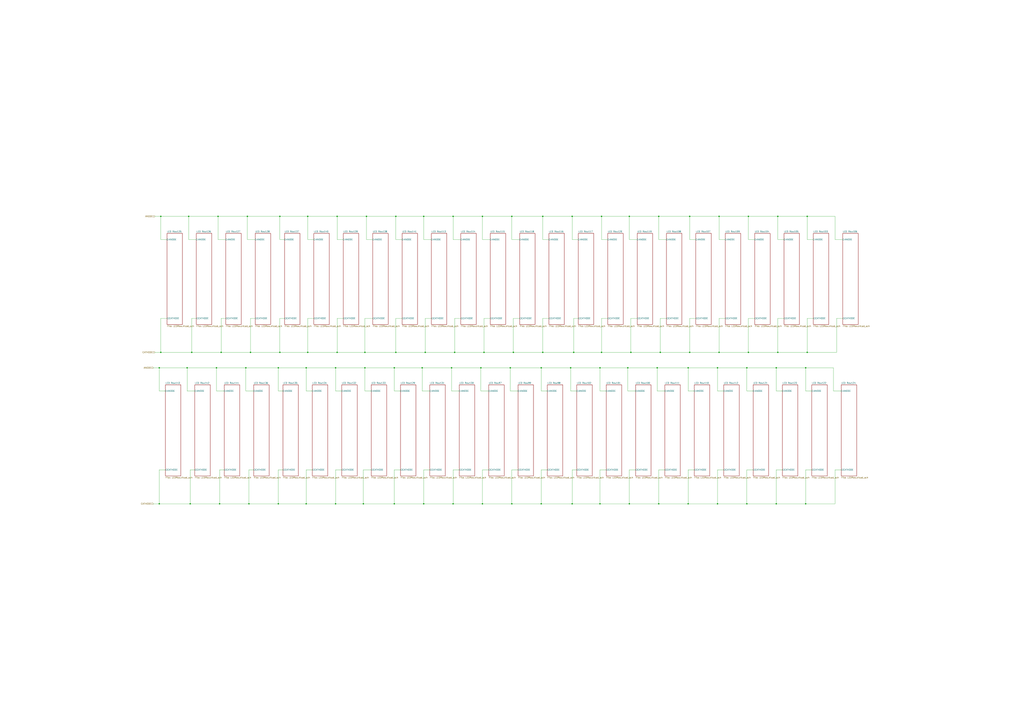
<source format=kicad_sch>
(kicad_sch (version 20211123) (generator eeschema)
  (paper "A1")
  (lib_symbols)
  (junction (at 373.38 289.56))
  (junction (at 130.81 414.02))
  (junction (at 566.42 289.56))
  (junction (at 566.42 177.8))
  (junction (at 156.21 414.02))
  (junction (at 518.16 289.56))
  (junction (at 469.9 414.02))
  (junction (at 565.15 414.02))
  (junction (at 132.08 177.8))
  (junction (at 590.55 177.8))
  (junction (at 300.99 177.8))
  (junction (at 228.6 414.02))
  (junction (at 397.51 289.56))
  (junction (at 661.67 302.26))
  (junction (at 662.94 289.56))
  (junction (at 613.41 414.02))
  (junction (at 419.1 302.26))
  (junction (at 323.85 302.26))
  (junction (at 539.75 302.26))
  (junction (at 370.84 302.26))
  (junction (at 492.76 414.02))
  (junction (at 157.48 289.56))
  (junction (at 469.9 177.8))
  (junction (at 589.28 414.02))
  (junction (at 542.29 289.56))
  (junction (at 154.94 177.8))
  (junction (at 421.64 289.56))
  (junction (at 325.12 289.56))
  (junction (at 637.54 302.26))
  (junction (at 468.63 302.26))
  (junction (at 420.37 414.02))
  (junction (at 276.86 177.8))
  (junction (at 420.37 177.8))
  (junction (at 179.07 177.8))
  (junction (at 590.55 289.56))
  (junction (at 298.45 414.02))
  (junction (at 276.86 289.56))
  (junction (at 516.89 177.8))
  (junction (at 275.59 302.26))
  (junction (at 396.24 414.02))
  (junction (at 494.03 289.56))
  (junction (at 541.02 177.8))
  (junction (at 346.71 302.26))
  (junction (at 614.68 289.56))
  (junction (at 515.62 302.26))
  (junction (at 613.41 302.26))
  (junction (at 205.74 289.56))
  (junction (at 180.34 414.02))
  (junction (at 661.67 414.02))
  (junction (at 492.76 302.26))
  (junction (at 637.54 414.02))
  (junction (at 614.68 177.8))
  (junction (at 251.46 414.02))
  (junction (at 251.46 302.26))
  (junction (at 275.59 414.02))
  (junction (at 444.5 414.02))
  (junction (at 299.72 302.26))
  (junction (at 638.81 289.56))
  (junction (at 372.11 177.8))
  (junction (at 638.81 177.8))
  (junction (at 471.17 289.56))
  (junction (at 229.87 177.8))
  (junction (at 516.89 414.02))
  (junction (at 229.87 289.56))
  (junction (at 662.94 177.8))
  (junction (at 252.73 177.8))
  (junction (at 349.25 289.56))
  (junction (at 372.11 414.02))
  (junction (at 323.85 414.02))
  (junction (at 201.93 302.26))
  (junction (at 396.24 177.8))
  (junction (at 153.67 302.26))
  (junction (at 347.98 177.8))
  (junction (at 445.77 289.56))
  (junction (at 444.5 302.26))
  (junction (at 252.73 289.56))
  (junction (at 181.61 289.56))
  (junction (at 132.08 289.56))
  (junction (at 394.97 302.26))
  (junction (at 445.77 177.8))
  (junction (at 325.12 177.8))
  (junction (at 541.02 414.02))
  (junction (at 130.81 302.26))
  (junction (at 177.8 302.26))
  (junction (at 494.03 177.8))
  (junction (at 589.28 302.26))
  (junction (at 204.47 414.02))
  (junction (at 565.15 302.26))
  (junction (at 299.72 289.56))
  (junction (at 228.6 302.26))
  (junction (at 347.98 414.02))
  (junction (at 203.2 177.8))
  (wire (pts (xy 662.94 261.62) (xy 662.94 289.56)))
  (wire (pts (xy 589.28 302.26) (xy 613.41 302.26)))
  (wire (pts (xy 637.54 414.02) (xy 661.67 414.02)))
  (wire (pts (xy 494.03 261.62) (xy 494.03 289.56)))
  (wire (pts (xy 372.11 414.02) (xy 396.24 414.02)))
  (wire (pts (xy 494.03 196.85) (xy 494.03 177.8)))
  (wire (pts (xy 594.36 321.31) (xy 589.28 321.31)))
  (wire (pts (xy 299.72 289.56) (xy 325.12 289.56)))
  (wire (pts (xy 252.73 261.62) (xy 252.73 289.56)))
  (wire (pts (xy 180.34 414.02) (xy 204.47 414.02)))
  (wire (pts (xy 637.54 321.31) (xy 637.54 302.26)))
  (wire (pts (xy 177.8 302.26) (xy 201.93 302.26)))
  (wire (pts (xy 370.84 302.26) (xy 394.97 302.26)))
  (wire (pts (xy 276.86 177.8) (xy 300.99 177.8)))
  (wire (pts (xy 499.11 196.85) (xy 494.03 196.85)))
  (wire (pts (xy 662.94 289.56) (xy 687.07 289.56)))
  (wire (pts (xy 570.23 386.08) (xy 565.15 386.08)))
  (wire (pts (xy 516.89 196.85) (xy 516.89 177.8)))
  (wire (pts (xy 420.37 177.8) (xy 445.77 177.8)))
  (wire (pts (xy 445.77 261.62) (xy 445.77 289.56)))
  (wire (pts (xy 132.08 289.56) (xy 157.48 289.56)))
  (wire (pts (xy 589.28 386.08) (xy 589.28 414.02)))
  (wire (pts (xy 547.37 196.85) (xy 541.02 196.85)))
  (wire (pts (xy 594.36 386.08) (xy 589.28 386.08)))
  (wire (pts (xy 154.94 177.8) (xy 179.07 177.8)))
  (wire (pts (xy 449.58 386.08) (xy 444.5 386.08)))
  (wire (pts (xy 642.62 386.08) (xy 637.54 386.08)))
  (wire (pts (xy 372.11 196.85) (xy 372.11 177.8)))
  (wire (pts (xy 328.93 386.08) (xy 323.85 386.08)))
  (wire (pts (xy 325.12 289.56) (xy 349.25 289.56)))
  (wire (pts (xy 394.97 302.26) (xy 394.97 321.31)))
  (wire (pts (xy 471.17 289.56) (xy 494.03 289.56)))
  (wire (pts (xy 638.81 289.56) (xy 662.94 289.56)))
  (wire (pts (xy 156.21 386.08) (xy 156.21 414.02)))
  (wire (pts (xy 354.33 261.62) (xy 349.25 261.62)))
  (wire (pts (xy 347.98 196.85) (xy 347.98 177.8)))
  (wire (pts (xy 668.02 196.85) (xy 662.94 196.85)))
  (wire (pts (xy 420.37 196.85) (xy 426.72 196.85)))
  (wire (pts (xy 160.02 386.08) (xy 156.21 386.08)))
  (wire (pts (xy 492.76 302.26) (xy 515.62 302.26)))
  (wire (pts (xy 323.85 414.02) (xy 347.98 414.02)))
  (wire (pts (xy 275.59 321.31) (xy 275.59 302.26)))
  (wire (pts (xy 397.51 261.62) (xy 397.51 289.56)))
  (wire (pts (xy 373.38 261.62) (xy 373.38 289.56)))
  (wire (pts (xy 300.99 177.8) (xy 300.99 196.85)))
  (wire (pts (xy 184.15 386.08) (xy 180.34 386.08)))
  (wire (pts (xy 589.28 321.31) (xy 589.28 302.26)))
  (wire (pts (xy 229.87 289.56) (xy 252.73 289.56)))
  (wire (pts (xy 619.76 196.85) (xy 614.68 196.85)))
  (wire (pts (xy 565.15 386.08) (xy 565.15 414.02)))
  (wire (pts (xy 208.28 386.08) (xy 204.47 386.08)))
  (wire (pts (xy 208.28 321.31) (xy 201.93 321.31)))
  (wire (pts (xy 396.24 196.85) (xy 402.59 196.85)))
  (wire (pts (xy 232.41 386.08) (xy 228.6 386.08)))
  (wire (pts (xy 252.73 196.85) (xy 252.73 177.8)))
  (wire (pts (xy 370.84 321.31) (xy 370.84 302.26)))
  (wire (pts (xy 201.93 302.26) (xy 228.6 302.26)))
  (wire (pts (xy 132.08 196.85) (xy 132.08 177.8)))
  (wire (pts (xy 349.25 289.56) (xy 373.38 289.56)))
  (wire (pts (xy 541.02 196.85) (xy 541.02 177.8)))
  (wire (pts (xy 566.42 177.8) (xy 590.55 177.8)))
  (wire (pts (xy 153.67 321.31) (xy 153.67 302.26)))
  (wire (pts (xy 281.94 261.62) (xy 276.86 261.62)))
  (wire (pts (xy 421.64 289.56) (xy 445.77 289.56)))
  (wire (pts (xy 157.48 261.62) (xy 157.48 289.56)))
  (wire (pts (xy 590.55 289.56) (xy 614.68 289.56)))
  (wire (pts (xy 450.85 261.62) (xy 445.77 261.62)))
  (wire (pts (xy 209.55 261.62) (xy 205.74 261.62)))
  (wire (pts (xy 515.62 302.26) (xy 539.75 302.26)))
  (wire (pts (xy 130.81 321.31) (xy 130.81 302.26)))
  (wire (pts (xy 613.41 414.02) (xy 637.54 414.02)))
  (wire (pts (xy 132.08 177.8) (xy 154.94 177.8)))
  (wire (pts (xy 565.15 302.26) (xy 589.28 302.26)))
  (wire (pts (xy 232.41 321.31) (xy 228.6 321.31)))
  (wire (pts (xy 377.19 386.08) (xy 372.11 386.08)))
  (wire (pts (xy 330.2 261.62) (xy 325.12 261.62)))
  (wire (pts (xy 546.1 321.31) (xy 539.75 321.31)))
  (wire (pts (xy 449.58 321.31) (xy 444.5 321.31)))
  (wire (pts (xy 161.29 196.85) (xy 154.94 196.85)))
  (wire (pts (xy 233.68 261.62) (xy 229.87 261.62)))
  (wire (pts (xy 643.89 261.62) (xy 638.81 261.62)))
  (wire (pts (xy 154.94 196.85) (xy 154.94 177.8)))
  (wire (pts (xy 492.76 386.08) (xy 492.76 414.02)))
  (wire (pts (xy 469.9 196.85) (xy 469.9 177.8)))
  (wire (pts (xy 666.75 386.08) (xy 661.67 386.08)))
  (wire (pts (xy 469.9 386.08) (xy 469.9 414.02)))
  (wire (pts (xy 643.89 196.85) (xy 638.81 196.85)))
  (wire (pts (xy 516.89 386.08) (xy 516.89 414.02)))
  (wire (pts (xy 619.76 261.62) (xy 614.68 261.62)))
  (wire (pts (xy 638.81 261.62) (xy 638.81 289.56)))
  (wire (pts (xy 595.63 261.62) (xy 590.55 261.62)))
  (wire (pts (xy 420.37 177.8) (xy 420.37 196.85)))
  (wire (pts (xy 661.67 414.02) (xy 685.8 414.02)))
  (wire (pts (xy 499.11 261.62) (xy 494.03 261.62)))
  (wire (pts (xy 618.49 321.31) (xy 613.41 321.31)))
  (wire (pts (xy 161.29 261.62) (xy 157.48 261.62)))
  (wire (pts (xy 661.67 386.08) (xy 661.67 414.02)))
  (wire (pts (xy 492.76 321.31) (xy 492.76 302.26)))
  (wire (pts (xy 306.07 261.62) (xy 299.72 261.62)))
  (wire (pts (xy 300.99 177.8) (xy 325.12 177.8)))
  (wire (pts (xy 661.67 302.26) (xy 684.53 302.26)))
  (wire (pts (xy 419.1 302.26) (xy 419.1 321.31)))
  (wire (pts (xy 275.59 414.02) (xy 298.45 414.02)))
  (wire (pts (xy 304.8 386.08) (xy 298.45 386.08)))
  (wire (pts (xy 565.15 414.02) (xy 589.28 414.02)))
  (wire (pts (xy 378.46 261.62) (xy 373.38 261.62)))
  (wire (pts (xy 299.72 302.26) (xy 323.85 302.26)))
  (wire (pts (xy 394.97 302.26) (xy 419.1 302.26)))
  (wire (pts (xy 276.86 196.85) (xy 276.86 177.8)))
  (wire (pts (xy 494.03 289.56) (xy 518.16 289.56)))
  (wire (pts (xy 137.16 261.62) (xy 132.08 261.62)))
  (wire (pts (xy 420.37 386.08) (xy 420.37 414.02)))
  (wire (pts (xy 256.54 321.31) (xy 251.46 321.31)))
  (wire (pts (xy 325.12 177.8) (xy 347.98 177.8)))
  (wire (pts (xy 354.33 196.85) (xy 347.98 196.85)))
  (wire (pts (xy 518.16 289.56) (xy 542.29 289.56)))
  (wire (pts (xy 521.97 386.08) (xy 516.89 386.08)))
  (wire (pts (xy 614.68 289.56) (xy 638.81 289.56)))
  (wire (pts (xy 419.1 302.26) (xy 444.5 302.26)))
  (wire (pts (xy 402.59 261.62) (xy 397.51 261.62)))
  (wire (pts (xy 397.51 289.56) (xy 421.64 289.56)))
  (wire (pts (xy 372.11 177.8) (xy 396.24 177.8)))
  (wire (pts (xy 469.9 414.02) (xy 492.76 414.02)))
  (wire (pts (xy 184.15 321.31) (xy 177.8 321.31)))
  (wire (pts (xy 325.12 177.8) (xy 325.12 196.85)))
  (wire (pts (xy 445.77 177.8) (xy 469.9 177.8)))
  (wire (pts (xy 252.73 177.8) (xy 276.86 177.8)))
  (wire (pts (xy 160.02 321.31) (xy 153.67 321.31)))
  (wire (pts (xy 132.08 261.62) (xy 132.08 289.56)))
  (wire (pts (xy 328.93 321.31) (xy 323.85 321.31)))
  (wire (pts (xy 523.24 261.62) (xy 518.16 261.62)))
  (wire (pts (xy 516.89 414.02) (xy 541.02 414.02)))
  (wire (pts (xy 516.89 177.8) (xy 541.02 177.8)))
  (wire (pts (xy 515.62 321.31) (xy 515.62 302.26)))
  (wire (pts (xy 275.59 302.26) (xy 299.72 302.26)))
  (wire (pts (xy 181.61 261.62) (xy 181.61 289.56)))
  (wire (pts (xy 251.46 386.08) (xy 251.46 414.02)))
  (wire (pts (xy 539.75 321.31) (xy 539.75 302.26)))
  (wire (pts (xy 180.34 386.08) (xy 180.34 414.02)))
  (wire (pts (xy 130.81 386.08) (xy 130.81 414.02)))
  (wire (pts (xy 185.42 196.85) (xy 179.07 196.85)))
  (wire (pts (xy 445.77 196.85) (xy 445.77 177.8)))
  (wire (pts (xy 257.81 261.62) (xy 252.73 261.62)))
  (wire (pts (xy 637.54 302.26) (xy 661.67 302.26)))
  (wire (pts (xy 684.53 302.26) (xy 684.53 321.31)))
  (wire (pts (xy 566.42 261.62) (xy 566.42 289.56)))
  (wire (pts (xy 668.02 261.62) (xy 662.94 261.62)))
  (wire (pts (xy 125.73 302.26) (xy 130.81 302.26)))
  (wire (pts (xy 179.07 177.8) (xy 203.2 177.8)))
  (wire (pts (xy 201.93 321.31) (xy 201.93 302.26)))
  (wire (pts (xy 637.54 386.08) (xy 637.54 414.02)))
  (wire (pts (xy 687.07 289.56) (xy 687.07 261.62)))
  (wire (pts (xy 539.75 302.26) (xy 565.15 302.26)))
  (wire (pts (xy 474.98 261.62) (xy 471.17 261.62)))
  (wire (pts (xy 541.02 386.08) (xy 541.02 414.02)))
  (wire (pts (xy 346.71 302.26) (xy 370.84 302.26)))
  (wire (pts (xy 251.46 414.02) (xy 275.59 414.02)))
  (wire (pts (xy 468.63 302.26) (xy 492.76 302.26)))
  (wire (pts (xy 494.03 177.8) (xy 516.89 177.8)))
  (wire (pts (xy 541.02 414.02) (xy 565.15 414.02)))
  (wire (pts (xy 546.1 386.08) (xy 541.02 386.08)))
  (wire (pts (xy 130.81 302.26) (xy 153.67 302.26)))
  (wire (pts (xy 233.68 196.85) (xy 229.87 196.85)))
  (wire (pts (xy 323.85 302.26) (xy 323.85 321.31)))
  (wire (pts (xy 685.8 177.8) (xy 685.8 196.85)))
  (wire (pts (xy 595.63 196.85) (xy 590.55 196.85)))
  (wire (pts (xy 685.8 386.08) (xy 690.88 386.08)))
  (wire (pts (xy 685.8 414.02) (xy 685.8 386.08)))
  (wire (pts (xy 571.5 196.85) (xy 566.42 196.85)))
  (wire (pts (xy 445.77 289.56) (xy 471.17 289.56)))
  (wire (pts (xy 566.42 289.56) (xy 590.55 289.56)))
  (wire (pts (xy 613.41 386.08) (xy 613.41 414.02)))
  (wire (pts (xy 570.23 321.31) (xy 565.15 321.31)))
  (wire (pts (xy 474.98 196.85) (xy 469.9 196.85)))
  (wire (pts (xy 252.73 289.56) (xy 276.86 289.56)))
  (wire (pts (xy 613.41 302.26) (xy 637.54 302.26)))
  (wire (pts (xy 257.81 196.85) (xy 252.73 196.85)))
  (wire (pts (xy 450.85 196.85) (xy 445.77 196.85)))
  (wire (pts (xy 444.5 386.08) (xy 444.5 414.02)))
  (wire (pts (xy 347.98 177.8) (xy 372.11 177.8)))
  (wire (pts (xy 157.48 289.56) (xy 181.61 289.56)))
  (wire (pts (xy 135.89 321.31) (xy 130.81 321.31)))
  (wire (pts (xy 684.53 321.31) (xy 690.88 321.31)))
  (wire (pts (xy 523.24 196.85) (xy 516.89 196.85)))
  (wire (pts (xy 203.2 196.85) (xy 203.2 177.8)))
  (wire (pts (xy 590.55 177.8) (xy 614.68 177.8)))
  (wire (pts (xy 662.94 177.8) (xy 662.94 196.85)))
  (wire (pts (xy 353.06 321.31) (xy 346.71 321.31)))
  (wire (pts (xy 685.8 196.85) (xy 692.15 196.85)))
  (wire (pts (xy 127 289.56) (xy 132.08 289.56)))
  (wire (pts (xy 497.84 386.08) (xy 492.76 386.08)))
  (wire (pts (xy 346.71 321.31) (xy 346.71 302.26)))
  (wire (pts (xy 349.25 261.62) (xy 349.25 289.56)))
  (wire (pts (xy 256.54 386.08) (xy 251.46 386.08)))
  (wire (pts (xy 299.72 261.62) (xy 299.72 289.56)))
  (wire (pts (xy 205.74 261.62) (xy 205.74 289.56)))
  (wire (pts (xy 541.02 177.8) (xy 566.42 177.8)))
  (wire (pts (xy 228.6 302.26) (xy 251.46 302.26)))
  (wire (pts (xy 330.2 196.85) (xy 325.12 196.85)))
  (wire (pts (xy 518.16 261.62) (xy 518.16 289.56)))
  (wire (pts (xy 251.46 302.26) (xy 275.59 302.26)))
  (wire (pts (xy 229.87 261.62) (xy 229.87 289.56)))
  (wire (pts (xy 421.64 261.62) (xy 421.64 289.56)))
  (wire (pts (xy 323.85 302.26) (xy 346.71 302.26)))
  (wire (pts (xy 177.8 321.31) (xy 177.8 302.26)))
  (wire (pts (xy 276.86 289.56) (xy 299.72 289.56)))
  (wire (pts (xy 396.24 177.8) (xy 420.37 177.8)))
  (wire (pts (xy 229.87 196.85) (xy 229.87 177.8)))
  (wire (pts (xy 298.45 414.02) (xy 323.85 414.02)))
  (wire (pts (xy 614.68 177.8) (xy 638.81 177.8)))
  (wire (pts (xy 444.5 414.02) (xy 469.9 414.02)))
  (wire (pts (xy 185.42 261.62) (xy 181.61 261.62)))
  (wire (pts (xy 590.55 261.62) (xy 590.55 289.56)))
  (wire (pts (xy 276.86 261.62) (xy 276.86 289.56)))
  (wire (pts (xy 662.94 177.8) (xy 685.8 177.8)))
  (wire (pts (xy 228.6 386.08) (xy 228.6 414.02)))
  (wire (pts (xy 661.67 302.26) (xy 661.67 321.31)))
  (wire (pts (xy 638.81 196.85) (xy 638.81 177.8)))
  (wire (pts (xy 347.98 386.08) (xy 347.98 414.02)))
  (wire (pts (xy 469.9 177.8) (xy 494.03 177.8)))
  (wire (pts (xy 204.47 414.02) (xy 228.6 414.02)))
  (wire (pts (xy 425.45 386.08) (xy 420.37 386.08)))
  (wire (pts (xy 420.37 414.02) (xy 444.5 414.02)))
  (wire (pts (xy 426.72 261.62) (xy 421.64 261.62)))
  (wire (pts (xy 228.6 414.02) (xy 251.46 414.02)))
  (wire (pts (xy 497.84 321.31) (xy 492.76 321.31)))
  (wire (pts (xy 377.19 321.31) (xy 370.84 321.31)))
  (wire (pts (xy 396.24 414.02) (xy 420.37 414.02)))
  (wire (pts (xy 444.5 302.26) (xy 468.63 302.26)))
  (wire (pts (xy 542.29 289.56) (xy 566.42 289.56)))
  (wire (pts (xy 373.38 289.56) (xy 397.51 289.56)))
  (wire (pts (xy 156.21 414.02) (xy 180.34 414.02)))
  (wire (pts (xy 275.59 386.08) (xy 275.59 414.02)))
  (wire (pts (xy 687.07 261.62) (xy 692.15 261.62)))
  (wire (pts (xy 281.94 196.85) (xy 276.86 196.85)))
  (wire (pts (xy 125.73 414.02) (xy 130.81 414.02)))
  (wire (pts (xy 204.47 386.08) (xy 204.47 414.02)))
  (wire (pts (xy 209.55 196.85) (xy 203.2 196.85)))
  (wire (pts (xy 614.68 261.62) (xy 614.68 289.56)))
  (wire (pts (xy 547.37 261.62) (xy 542.29 261.62)))
  (wire (pts (xy 280.67 386.08) (xy 275.59 386.08)))
  (wire (pts (xy 444.5 321.31) (xy 444.5 302.26)))
  (wire (pts (xy 394.97 321.31) (xy 401.32 321.31)))
  (wire (pts (xy 492.76 414.02) (xy 516.89 414.02)))
  (wire (pts (xy 419.1 321.31) (xy 425.45 321.31)))
  (wire (pts (xy 396.24 177.8) (xy 396.24 196.85)))
  (wire (pts (xy 618.49 386.08) (xy 613.41 386.08)))
  (wire (pts (xy 542.29 261.62) (xy 542.29 289.56)))
  (wire (pts (xy 130.81 414.02) (xy 156.21 414.02)))
  (wire (pts (xy 521.97 321.31) (xy 515.62 321.31)))
  (wire (pts (xy 638.81 177.8) (xy 662.94 177.8)))
  (wire (pts (xy 203.2 177.8) (xy 229.87 177.8)))
  (wire (pts (xy 468.63 321.31) (xy 468.63 302.26)))
  (wire (pts (xy 251.46 321.31) (xy 251.46 302.26)))
  (wire (pts (xy 205.74 289.56) (xy 229.87 289.56)))
  (wire (pts (xy 179.07 196.85) (xy 179.07 177.8)))
  (wire (pts (xy 299.72 302.26) (xy 299.72 321.31)))
  (wire (pts (xy 127 177.8) (xy 132.08 177.8)))
  (wire (pts (xy 135.89 386.08) (xy 130.81 386.08)))
  (wire (pts (xy 347.98 414.02) (xy 372.11 414.02)))
  (wire (pts (xy 613.41 321.31) (xy 613.41 302.26)))
  (wire (pts (xy 473.71 386.08) (xy 469.9 386.08)))
  (wire (pts (xy 614.68 196.85) (xy 614.68 177.8)))
  (wire (pts (xy 325.12 261.62) (xy 325.12 289.56)))
  (wire (pts (xy 396.24 386.08) (xy 396.24 414.02)))
  (wire (pts (xy 280.67 321.31) (xy 275.59 321.31)))
  (wire (pts (xy 473.71 321.31) (xy 468.63 321.31)))
  (wire (pts (xy 642.62 321.31) (xy 637.54 321.31)))
  (wire (pts (xy 589.28 414.02) (xy 613.41 414.02)))
  (wire (pts (xy 228.6 321.31) (xy 228.6 302.26)))
  (wire (pts (xy 298.45 386.08) (xy 298.45 414.02)))
  (wire (pts (xy 571.5 261.62) (xy 566.42 261.62)))
  (wire (pts (xy 153.67 302.26) (xy 177.8 302.26)))
  (wire (pts (xy 372.11 386.08) (xy 372.11 414.02)))
  (wire (pts (xy 566.42 196.85) (xy 566.42 177.8)))
  (wire (pts (xy 353.06 386.08) (xy 347.98 386.08)))
  (wire (pts (xy 378.46 196.85) (xy 372.11 196.85)))
  (wire (pts (xy 304.8 321.31) (xy 299.72 321.31)))
  (wire (pts (xy 181.61 289.56) (xy 205.74 289.56)))
  (wire (pts (xy 471.17 261.62) (xy 471.17 289.56)))
  (wire (pts (xy 565.15 321.31) (xy 565.15 302.26)))
  (wire (pts (xy 229.87 177.8) (xy 252.73 177.8)))
  (wire (pts (xy 590.55 196.85) (xy 590.55 177.8)))
  (wire (pts (xy 401.32 386.08) (xy 396.24 386.08)))
  (wire (pts (xy 137.16 196.85) (xy 132.08 196.85)))
  (wire (pts (xy 306.07 196.85) (xy 300.99 196.85)))
  (wire (pts (xy 666.75 321.31) (xy 661.67 321.31)))
  (wire (pts (xy 323.85 386.08) (xy 323.85 414.02)))
  (hierarchical_label "ANODE" (shape passive) (at 127 177.8 180))
  (hierarchical_label "CATHODE" (shape passive) (at 125.73 414.02 180))
  (hierarchical_label "ANODE" (shape passive) (at 125.73 302.26 180))
  (hierarchical_label "CATHODE" (shape passive) (at 127 289.56 180))
  (sheet (at 184.15 316.23) (size 12.7 74.93) (stroke (width 0.1524))
    (property "Sheet name" "LED Row144" (at 184.15 315.5184 0) (effects (justify left bottom)))
    (property "Sheet file" "LEDRow.kicad_sch" (at 184.15 391.7446 0) (effects (justify left top)))
    (pin "CATHODE" output (at 184.15 386.08 180))
    (pin "ANODE" input (at 184.15 321.31 180))
  )
  (sheet (at 692.15 191.77) (size 12.7 74.93) (stroke (width 0.1524))
    (property "Sheet name" "LED Row106" (at 692.15 191.0584 0) (effects (justify left bottom)))
    (property "Sheet file" "LEDRow.kicad_sch" (at 692.15 267.2846 0) (effects (justify left top)))
    (pin "CATHODE" output (at 692.15 261.62 180))
    (pin "ANODE" input (at 692.15 196.85 180))
  )
  (sheet (at 571.5 191.77) (size 12.7 74.93) (stroke (width 0.1524))
    (property "Sheet name" "LED Row107" (at 571.5 191.0584 0) (effects (justify left bottom)))
    (property "Sheet file" "LEDRow.kicad_sch" (at 571.5 267.2846 0) (effects (justify left top)))
    (pin "CATHODE" output (at 571.5 261.62 180))
    (pin "ANODE" input (at 571.5 196.85 180))
  )
  (sheet (at 546.1 316.23) (size 12.7 74.93) (stroke (width 0.1524))
    (property "Sheet name" "LED Row111" (at 546.1 315.5184 0) (effects (justify left bottom)))
    (property "Sheet file" "LEDRow.kicad_sch" (at 546.1 391.7446 0) (effects (justify left top)))
    (pin "CATHODE" output (at 546.1 386.08 180))
    (pin "ANODE" input (at 546.1 321.31 180))
  )
  (sheet (at 547.37 191.77) (size 12.7 74.93) (stroke (width 0.1524))
    (property "Sheet name" "LED Row108" (at 547.37 191.0584 0) (effects (justify left bottom)))
    (property "Sheet file" "LEDRow.kicad_sch" (at 547.37 267.2846 0) (effects (justify left top)))
    (pin "CATHODE" output (at 547.37 261.62 180))
    (pin "ANODE" input (at 547.37 196.85 180))
  )
  (sheet (at 306.07 191.77) (size 12.7 74.93) (stroke (width 0.1524))
    (property "Sheet name" "LED Row138" (at 306.07 191.0584 0) (effects (justify left bottom)))
    (property "Sheet file" "LEDRow.kicad_sch" (at 306.07 267.2846 0) (effects (justify left top)))
    (pin "CATHODE" output (at 306.07 261.62 180))
    (pin "ANODE" input (at 306.07 196.85 180))
  )
  (sheet (at 594.36 316.23) (size 12.7 74.93) (stroke (width 0.1524))
    (property "Sheet name" "LED Row112" (at 594.36 315.5184 0) (effects (justify left bottom)))
    (property "Sheet file" "LEDRow.kicad_sch" (at 594.36 391.7446 0) (effects (justify left top)))
    (pin "CATHODE" output (at 594.36 386.08 180))
    (pin "ANODE" input (at 594.36 321.31 180))
  )
  (sheet (at 137.16 191.77) (size 12.7 74.93) (stroke (width 0.1524))
    (property "Sheet name" "LED Row125" (at 137.16 191.0584 0) (effects (justify left bottom)))
    (property "Sheet file" "LEDRow.kicad_sch" (at 137.16 267.2846 0) (effects (justify left top)))
    (pin "CATHODE" output (at 137.16 261.62 180))
    (pin "ANODE" input (at 137.16 196.85 180))
  )
  (sheet (at 618.49 316.23) (size 12.7 74.93) (stroke (width 0.1524))
    (property "Sheet name" "LED Row121" (at 618.49 315.5184 0) (effects (justify left bottom)))
    (property "Sheet file" "LEDRow.kicad_sch" (at 618.49 391.7446 0) (effects (justify left top)))
    (pin "CATHODE" output (at 618.49 386.08 180))
    (pin "ANODE" input (at 618.49 321.31 180))
  )
  (sheet (at 330.2 191.77) (size 12.7 74.93) (stroke (width 0.1524))
    (property "Sheet name" "LED Row141" (at 330.2 191.0584 0) (effects (justify left bottom)))
    (property "Sheet file" "LEDRow.kicad_sch" (at 330.2 267.2846 0) (effects (justify left top)))
    (pin "CATHODE" output (at 330.2 261.62 180))
    (pin "ANODE" input (at 330.2 196.85 180))
  )
  (sheet (at 570.23 316.23) (size 12.7 74.93) (stroke (width 0.1524))
    (property "Sheet name" "LED Row110" (at 570.23 315.5184 0) (effects (justify left bottom)))
    (property "Sheet file" "LEDRow.kicad_sch" (at 570.23 391.7446 0) (effects (justify left top)))
    (pin "CATHODE" output (at 570.23 386.08 180))
    (pin "ANODE" input (at 570.23 321.31 180))
  )
  (sheet (at 160.02 316.23) (size 12.7 74.93) (stroke (width 0.1524))
    (property "Sheet name" "LED Row142" (at 160.02 315.5184 0) (effects (justify left bottom)))
    (property "Sheet file" "LEDRow.kicad_sch" (at 160.02 391.7446 0) (effects (justify left top)))
    (pin "CATHODE" output (at 160.02 386.08 180))
    (pin "ANODE" input (at 160.02 321.31 180))
  )
  (sheet (at 643.89 191.77) (size 12.7 74.93) (stroke (width 0.1524))
    (property "Sheet name" "LED Row105" (at 643.89 191.0584 0) (effects (justify left bottom)))
    (property "Sheet file" "LEDRow.kicad_sch" (at 643.89 267.2846 0) (effects (justify left top)))
    (pin "CATHODE" output (at 643.89 261.62 180))
    (pin "ANODE" input (at 643.89 196.85 180))
  )
  (sheet (at 135.89 316.23) (size 12.7 74.93) (stroke (width 0.1524))
    (property "Sheet name" "LED Row143" (at 135.89 315.5184 0) (effects (justify left bottom)))
    (property "Sheet file" "LEDRow.kicad_sch" (at 135.89 391.7446 0) (effects (justify left top)))
    (pin "CATHODE" output (at 135.89 386.08 180))
    (pin "ANODE" input (at 135.89 321.31 180))
  )
  (sheet (at 232.41 316.23) (size 12.7 74.93) (stroke (width 0.1524))
    (property "Sheet name" "LED Row135" (at 232.41 315.5184 0) (effects (justify left bottom)))
    (property "Sheet file" "LEDRow.kicad_sch" (at 232.41 391.7446 0) (effects (justify left top)))
    (pin "CATHODE" output (at 232.41 386.08 180))
    (pin "ANODE" input (at 232.41 321.31 180))
  )
  (sheet (at 690.88 316.23) (size 12.7 74.93) (stroke (width 0.1524))
    (property "Sheet name" "LED Row124" (at 690.88 315.5184 0) (effects (justify left bottom)))
    (property "Sheet file" "LEDRow.kicad_sch" (at 690.88 391.7446 0) (effects (justify left top)))
    (pin "CATHODE" output (at 690.88 386.08 180))
    (pin "ANODE" input (at 690.88 321.31 180))
  )
  (sheet (at 668.02 191.77) (size 12.7 74.93) (stroke (width 0.1524))
    (property "Sheet name" "LED Row103" (at 668.02 191.0584 0) (effects (justify left bottom)))
    (property "Sheet file" "LEDRow.kicad_sch" (at 668.02 267.2846 0) (effects (justify left top)))
    (pin "CATHODE" output (at 668.02 261.62 180))
    (pin "ANODE" input (at 668.02 196.85 180))
  )
  (sheet (at 209.55 191.77) (size 12.7 74.93) (stroke (width 0.1524))
    (property "Sheet name" "LED Row128" (at 209.55 191.0584 0) (effects (justify left bottom)))
    (property "Sheet file" "LEDRow.kicad_sch" (at 209.55 267.2846 0) (effects (justify left top)))
    (pin "CATHODE" output (at 209.55 261.62 180))
    (pin "ANODE" input (at 209.55 196.85 180))
  )
  (sheet (at 377.19 316.23) (size 12.7 74.93) (stroke (width 0.1524))
    (property "Sheet name" "LED Row130" (at 377.19 315.5184 0) (effects (justify left bottom)))
    (property "Sheet file" "LEDRow.kicad_sch" (at 377.19 391.7446 0) (effects (justify left top)))
    (pin "CATHODE" output (at 377.19 386.08 180))
    (pin "ANODE" input (at 377.19 321.31 180))
  )
  (sheet (at 619.76 191.77) (size 12.7 74.93) (stroke (width 0.1524))
    (property "Sheet name" "LED Row104" (at 619.76 191.0584 0) (effects (justify left bottom)))
    (property "Sheet file" "LEDRow.kicad_sch" (at 619.76 267.2846 0) (effects (justify left top)))
    (pin "CATHODE" output (at 619.76 261.62 180))
    (pin "ANODE" input (at 619.76 196.85 180))
  )
  (sheet (at 401.32 316.23) (size 12.7 74.93) (stroke (width 0.1524))
    (property "Sheet name" "LED Row97" (at 401.32 315.5184 0) (effects (justify left bottom)))
    (property "Sheet file" "LEDRow.kicad_sch" (at 401.32 391.7446 0) (effects (justify left top)))
    (pin "CATHODE" output (at 401.32 386.08 180))
    (pin "ANODE" input (at 401.32 321.31 180))
  )
  (sheet (at 499.11 191.77) (size 12.7 74.93) (stroke (width 0.1524))
    (property "Sheet name" "LED Row120" (at 499.11 191.0584 0) (effects (justify left bottom)))
    (property "Sheet file" "LEDRow.kicad_sch" (at 499.11 267.2846 0) (effects (justify left top)))
    (pin "CATHODE" output (at 499.11 261.62 180))
    (pin "ANODE" input (at 499.11 196.85 180))
  )
  (sheet (at 257.81 191.77) (size 12.7 74.93) (stroke (width 0.1524))
    (property "Sheet name" "LED Row140" (at 257.81 191.0584 0) (effects (justify left bottom)))
    (property "Sheet file" "LEDRow.kicad_sch" (at 257.81 267.2846 0) (effects (justify left top)))
    (pin "CATHODE" output (at 257.81 261.62 180))
    (pin "ANODE" input (at 257.81 196.85 180))
  )
  (sheet (at 425.45 316.23) (size 12.7 74.93) (stroke (width 0.1524))
    (property "Sheet name" "LED Row99" (at 425.45 315.5184 0) (effects (justify left bottom)))
    (property "Sheet file" "LEDRow.kicad_sch" (at 425.45 391.7446 0) (effects (justify left top)))
    (pin "CATHODE" output (at 425.45 386.08 180))
    (pin "ANODE" input (at 425.45 321.31 180))
  )
  (sheet (at 256.54 316.23) (size 12.7 74.93) (stroke (width 0.1524))
    (property "Sheet name" "LED Row134" (at 256.54 315.5184 0) (effects (justify left bottom)))
    (property "Sheet file" "LEDRow.kicad_sch" (at 256.54 391.7446 0) (effects (justify left top)))
    (pin "CATHODE" output (at 256.54 386.08 180))
    (pin "ANODE" input (at 256.54 321.31 180))
  )
  (sheet (at 280.67 316.23) (size 12.7 74.93) (stroke (width 0.1524))
    (property "Sheet name" "LED Row132" (at 280.67 315.5184 0) (effects (justify left bottom)))
    (property "Sheet file" "LEDRow.kicad_sch" (at 280.67 391.7446 0) (effects (justify left top)))
    (pin "CATHODE" output (at 280.67 386.08 180))
    (pin "ANODE" input (at 280.67 321.31 180))
  )
  (sheet (at 497.84 316.23) (size 12.7 74.93) (stroke (width 0.1524))
    (property "Sheet name" "LED Row101" (at 497.84 315.5184 0) (effects (justify left bottom)))
    (property "Sheet file" "LEDRow.kicad_sch" (at 497.84 391.7446 0) (effects (justify left top)))
    (pin "CATHODE" output (at 497.84 386.08 180))
    (pin "ANODE" input (at 497.84 321.31 180))
  )
  (sheet (at 161.29 191.77) (size 12.7 74.93) (stroke (width 0.1524))
    (property "Sheet name" "LED Row126" (at 161.29 191.0584 0) (effects (justify left bottom)))
    (property "Sheet file" "LEDRow.kicad_sch" (at 161.29 267.2846 0) (effects (justify left top)))
    (pin "CATHODE" output (at 161.29 261.62 180))
    (pin "ANODE" input (at 161.29 196.85 180))
  )
  (sheet (at 281.94 191.77) (size 12.7 74.93) (stroke (width 0.1524))
    (property "Sheet name" "LED Row139" (at 281.94 191.0584 0) (effects (justify left bottom)))
    (property "Sheet file" "LEDRow.kicad_sch" (at 281.94 267.2846 0) (effects (justify left top)))
    (pin "CATHODE" output (at 281.94 261.62 180))
    (pin "ANODE" input (at 281.94 196.85 180))
  )
  (sheet (at 233.68 191.77) (size 12.7 74.93) (stroke (width 0.1524))
    (property "Sheet name" "LED Row137" (at 233.68 191.0584 0) (effects (justify left bottom)))
    (property "Sheet file" "LEDRow.kicad_sch" (at 233.68 267.2846 0) (effects (justify left top)))
    (pin "CATHODE" output (at 233.68 261.62 180))
    (pin "ANODE" input (at 233.68 196.85 180))
  )
  (sheet (at 402.59 191.77) (size 12.7 74.93) (stroke (width 0.1524))
    (property "Sheet name" "LED Row115" (at 402.59 191.0584 0) (effects (justify left bottom)))
    (property "Sheet file" "LEDRow.kicad_sch" (at 402.59 267.2846 0) (effects (justify left top)))
    (pin "CATHODE" output (at 402.59 261.62 180))
    (pin "ANODE" input (at 402.59 196.85 180))
  )
  (sheet (at 208.28 316.23) (size 12.7 74.93) (stroke (width 0.1524))
    (property "Sheet name" "LED Row136" (at 208.28 315.5184 0) (effects (justify left bottom)))
    (property "Sheet file" "LEDRow.kicad_sch" (at 208.28 391.7446 0) (effects (justify left top)))
    (pin "CATHODE" output (at 208.28 386.08 180))
    (pin "ANODE" input (at 208.28 321.31 180))
  )
  (sheet (at 474.98 191.77) (size 12.7 74.93) (stroke (width 0.1524))
    (property "Sheet name" "LED Row117" (at 474.98 191.0584 0) (effects (justify left bottom)))
    (property "Sheet file" "LEDRow.kicad_sch" (at 474.98 267.2846 0) (effects (justify left top)))
    (pin "CATHODE" output (at 474.98 261.62 180))
    (pin "ANODE" input (at 474.98 196.85 180))
  )
  (sheet (at 449.58 316.23) (size 12.7 74.93) (stroke (width 0.1524))
    (property "Sheet name" "LED Row98" (at 449.58 315.5184 0) (effects (justify left bottom)))
    (property "Sheet file" "LEDRow.kicad_sch" (at 449.58 391.7446 0) (effects (justify left top)))
    (pin "CATHODE" output (at 449.58 386.08 180))
    (pin "ANODE" input (at 449.58 321.31 180))
  )
  (sheet (at 185.42 191.77) (size 12.7 74.93) (stroke (width 0.1524))
    (property "Sheet name" "LED Row127" (at 185.42 191.0584 0) (effects (justify left bottom)))
    (property "Sheet file" "LEDRow.kicad_sch" (at 185.42 267.2846 0) (effects (justify left top)))
    (pin "CATHODE" output (at 185.42 261.62 180))
    (pin "ANODE" input (at 185.42 196.85 180))
  )
  (sheet (at 354.33 191.77) (size 12.7 74.93) (stroke (width 0.1524))
    (property "Sheet name" "LED Row113" (at 354.33 191.0584 0) (effects (justify left bottom)))
    (property "Sheet file" "LEDRow.kicad_sch" (at 354.33 267.2846 0) (effects (justify left top)))
    (pin "CATHODE" output (at 354.33 261.62 180))
    (pin "ANODE" input (at 354.33 196.85 180))
  )
  (sheet (at 473.71 316.23) (size 12.7 74.93) (stroke (width 0.1524))
    (property "Sheet name" "LED Row102" (at 473.71 315.5184 0) (effects (justify left bottom)))
    (property "Sheet file" "LEDRow.kicad_sch" (at 473.71 391.7446 0) (effects (justify left top)))
    (pin "CATHODE" output (at 473.71 386.08 180))
    (pin "ANODE" input (at 473.71 321.31 180))
  )
  (sheet (at 450.85 191.77) (size 12.7 74.93) (stroke (width 0.1524))
    (property "Sheet name" "LED Row116" (at 450.85 191.0584 0) (effects (justify left bottom)))
    (property "Sheet file" "LEDRow.kicad_sch" (at 450.85 267.2846 0) (effects (justify left top)))
    (pin "CATHODE" output (at 450.85 261.62 180))
    (pin "ANODE" input (at 450.85 196.85 180))
  )
  (sheet (at 304.8 316.23) (size 12.7 74.93) (stroke (width 0.1524))
    (property "Sheet name" "LED Row133" (at 304.8 315.5184 0) (effects (justify left bottom)))
    (property "Sheet file" "LEDRow.kicad_sch" (at 304.8 391.7446 0) (effects (justify left top)))
    (pin "CATHODE" output (at 304.8 386.08 180))
    (pin "ANODE" input (at 304.8 321.31 180))
  )
  (sheet (at 426.72 191.77) (size 12.7 74.93) (stroke (width 0.1524))
    (property "Sheet name" "LED Row118" (at 426.72 191.0584 0) (effects (justify left bottom)))
    (property "Sheet file" "LEDRow.kicad_sch" (at 426.72 267.2846 0) (effects (justify left top)))
    (pin "CATHODE" output (at 426.72 261.62 180))
    (pin "ANODE" input (at 426.72 196.85 180))
  )
  (sheet (at 521.97 316.23) (size 12.7 74.93) (stroke (width 0.1524))
    (property "Sheet name" "LED Row100" (at 521.97 315.5184 0) (effects (justify left bottom)))
    (property "Sheet file" "LEDRow.kicad_sch" (at 521.97 391.7446 0) (effects (justify left top)))
    (pin "CATHODE" output (at 521.97 386.08 180))
    (pin "ANODE" input (at 521.97 321.31 180))
  )
  (sheet (at 328.93 316.23) (size 12.7 74.93) (stroke (width 0.1524))
    (property "Sheet name" "LED Row129" (at 328.93 315.5184 0) (effects (justify left bottom)))
    (property "Sheet file" "LEDRow.kicad_sch" (at 328.93 391.7446 0) (effects (justify left top)))
    (pin "CATHODE" output (at 328.93 386.08 180))
    (pin "ANODE" input (at 328.93 321.31 180))
  )
  (sheet (at 642.62 316.23) (size 12.7 74.93) (stroke (width 0.1524))
    (property "Sheet name" "LED Row123" (at 642.62 315.5184 0) (effects (justify left bottom)))
    (property "Sheet file" "LEDRow.kicad_sch" (at 642.62 391.7446 0) (effects (justify left top)))
    (pin "CATHODE" output (at 642.62 386.08 180))
    (pin "ANODE" input (at 642.62 321.31 180))
  )
  (sheet (at 595.63 191.77) (size 12.7 74.93) (stroke (width 0.1524))
    (property "Sheet name" "LED Row109" (at 595.63 191.0584 0) (effects (justify left bottom)))
    (property "Sheet file" "LEDRow.kicad_sch" (at 595.63 267.2846 0) (effects (justify left top)))
    (pin "CATHODE" output (at 595.63 261.62 180))
    (pin "ANODE" input (at 595.63 196.85 180))
  )
  (sheet (at 523.24 191.77) (size 12.7 74.93) (stroke (width 0.1524))
    (property "Sheet name" "LED Row119" (at 523.24 191.0584 0) (effects (justify left bottom)))
    (property "Sheet file" "LEDRow.kicad_sch" (at 523.24 267.2846 0) (effects (justify left top)))
    (pin "CATHODE" output (at 523.24 261.62 180))
    (pin "ANODE" input (at 523.24 196.85 180))
  )
  (sheet (at 353.06 316.23) (size 12.7 74.93) (stroke (width 0.1524))
    (property "Sheet name" "LED Row131" (at 353.06 315.5184 0) (effects (justify left bottom)))
    (property "Sheet file" "LEDRow.kicad_sch" (at 353.06 391.7446 0) (effects (justify left top)))
    (pin "CATHODE" output (at 353.06 386.08 180))
    (pin "ANODE" input (at 353.06 321.31 180))
  )
  (sheet (at 666.75 316.23) (size 12.7 74.93) (stroke (width 0.1524))
    (property "Sheet name" "LED Row122" (at 666.75 315.5184 0) (effects (justify left bottom)))
    (property "Sheet file" "LEDRow.kicad_sch" (at 666.75 391.7446 0) (effects (justify left top)))
    (pin "CATHODE" output (at 666.75 386.08 180))
    (pin "ANODE" input (at 666.75 321.31 180))
  )
  (sheet (at 378.46 191.77) (size 12.7 74.93) (stroke (width 0.1524))
    (property "Sheet name" "LED Row114" (at 378.46 191.0584 0) (effects (justify left bottom)))
    (property "Sheet file" "LEDRow.kicad_sch" (at 378.46 267.2846 0) (effects (justify left top)))
    (pin "CATHODE" output (at 378.46 261.62 180))
    (pin "ANODE" input (at 378.46 196.85 180))
  )
)
</source>
